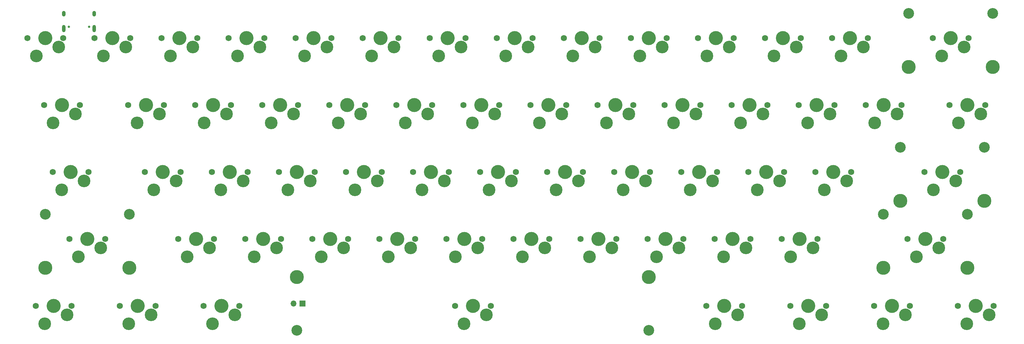
<source format=gbr>
%TF.GenerationSoftware,KiCad,Pcbnew,8.0.3*%
%TF.CreationDate,2024-12-09T14:43:44+08:00*%
%TF.ProjectId,PH60_Rev3,50483630-5f52-4657-9633-2e6b69636164,rev?*%
%TF.SameCoordinates,Original*%
%TF.FileFunction,Soldermask,Top*%
%TF.FilePolarity,Negative*%
%FSLAX46Y46*%
G04 Gerber Fmt 4.6, Leading zero omitted, Abs format (unit mm)*
G04 Created by KiCad (PCBNEW 8.0.3) date 2024-12-09 14:43:44*
%MOMM*%
%LPD*%
G01*
G04 APERTURE LIST*
%ADD10C,3.048000*%
%ADD11C,3.987800*%
%ADD12C,1.750000*%
%ADD13C,4.000000*%
%ADD14C,3.600000*%
%ADD15R,1.700000X1.700000*%
%ADD16O,1.700000X1.700000*%
%ADD17C,0.650000*%
%ADD18O,1.000000X1.600000*%
%ADD19O,1.000000X2.100000*%
G04 APERTURE END LIST*
D10*
%TO.C,ST1*%
X280955800Y-69215000D03*
D11*
X280955800Y-84425000D03*
D10*
X304831800Y-69215000D03*
D11*
X304831800Y-84425000D03*
%TD*%
D12*
%TO.C,S30*%
X76517500Y-76200000D03*
D13*
X71437500Y-76200000D03*
D12*
X66357500Y-76200000D03*
D14*
X75247500Y-78740000D03*
X68897500Y-81280000D03*
%TD*%
D12*
%TO.C,S27*%
X281305000Y-57150000D03*
D13*
X276225000Y-57150000D03*
D12*
X271145000Y-57150000D03*
D14*
X280035000Y-59690000D03*
X273685000Y-62230000D03*
%TD*%
D12*
%TO.C,S32*%
X114617500Y-76200000D03*
D13*
X109537500Y-76200000D03*
D12*
X104457500Y-76200000D03*
D14*
X113347500Y-78740000D03*
X106997500Y-81280000D03*
%TD*%
D12*
%TO.C,S38*%
X228917500Y-76200000D03*
D13*
X223837500Y-76200000D03*
D12*
X218757500Y-76200000D03*
D14*
X227647500Y-78740000D03*
X221297500Y-81280000D03*
%TD*%
D12*
%TO.C,S35*%
X171767500Y-76200000D03*
D13*
X166687500Y-76200000D03*
D12*
X161607500Y-76200000D03*
D14*
X170497500Y-78740000D03*
X164147500Y-81280000D03*
%TD*%
D12*
%TO.C,S4*%
X100330000Y-38100000D03*
D13*
X95250000Y-38100000D03*
D12*
X90170000Y-38100000D03*
D14*
X99060000Y-40640000D03*
X92710000Y-43180000D03*
%TD*%
D12*
%TO.C,S2*%
X62230000Y-38100000D03*
D13*
X57150000Y-38100000D03*
D12*
X52070000Y-38100000D03*
D14*
X60960000Y-40640000D03*
X54610000Y-43180000D03*
%TD*%
D12*
%TO.C,S22*%
X186055000Y-57150000D03*
D13*
X180975000Y-57150000D03*
D12*
X175895000Y-57150000D03*
D14*
X184785000Y-59690000D03*
X178435000Y-62230000D03*
%TD*%
D12*
%TO.C,S28*%
X305117500Y-57150000D03*
D13*
X300037500Y-57150000D03*
D12*
X294957500Y-57150000D03*
D14*
X303847500Y-59690000D03*
X297497500Y-62230000D03*
%TD*%
D12*
%TO.C,S46*%
X143192500Y-95250000D03*
D13*
X138112500Y-95250000D03*
D12*
X133032500Y-95250000D03*
D14*
X141922500Y-97790000D03*
X135572500Y-100330000D03*
%TD*%
D12*
%TO.C,S1*%
X43180000Y-38100000D03*
D13*
X38100000Y-38100000D03*
D12*
X33020000Y-38100000D03*
D14*
X41910000Y-40640000D03*
X35560000Y-43180000D03*
%TD*%
D12*
%TO.C,S54*%
X45561250Y-114300000D03*
D13*
X40481250Y-114300000D03*
D12*
X35401250Y-114300000D03*
D14*
X44291250Y-116840000D03*
X37941250Y-119380000D03*
%TD*%
D12*
%TO.C,S10*%
X214630000Y-38100000D03*
D13*
X209550000Y-38100000D03*
D12*
X204470000Y-38100000D03*
D14*
X213360000Y-40640000D03*
X207010000Y-43180000D03*
%TD*%
D10*
%TO.C,ST0*%
X283337000Y-31115000D03*
D11*
X283337000Y-46325000D03*
D10*
X307213000Y-31115000D03*
D11*
X307213000Y-46325000D03*
%TD*%
D12*
%TO.C,S34*%
X152717500Y-76200000D03*
D13*
X147637500Y-76200000D03*
D12*
X142557500Y-76200000D03*
D14*
X151447500Y-78740000D03*
X145097500Y-81280000D03*
%TD*%
D12*
%TO.C,S15*%
X47942500Y-57150000D03*
D13*
X42862500Y-57150000D03*
D12*
X37782500Y-57150000D03*
D14*
X46672500Y-59690000D03*
X40322500Y-62230000D03*
%TD*%
D12*
%TO.C,S56*%
X93186250Y-114300000D03*
D13*
X88106250Y-114300000D03*
D12*
X83026250Y-114300000D03*
D14*
X91916250Y-116840000D03*
X85566250Y-119380000D03*
%TD*%
D10*
%TO.C,ST4*%
X209543750Y-121285000D03*
D11*
X209543750Y-106075000D03*
D10*
X109543750Y-121285000D03*
D11*
X109543750Y-106075000D03*
%TD*%
D12*
%TO.C,S20*%
X147955000Y-57150000D03*
D13*
X142875000Y-57150000D03*
D12*
X137795000Y-57150000D03*
D14*
X146685000Y-59690000D03*
X140335000Y-62230000D03*
%TD*%
D12*
%TO.C,S17*%
X90805000Y-57150000D03*
D13*
X85725000Y-57150000D03*
D12*
X80645000Y-57150000D03*
D14*
X89535000Y-59690000D03*
X83185000Y-62230000D03*
%TD*%
D12*
%TO.C,S31*%
X95567500Y-76200000D03*
D13*
X90487500Y-76200000D03*
D12*
X85407500Y-76200000D03*
D14*
X94297500Y-78740000D03*
X87947500Y-81280000D03*
%TD*%
D10*
%TO.C,ST2*%
X276193300Y-88265000D03*
D11*
X276193300Y-103475000D03*
D10*
X300069300Y-88265000D03*
D11*
X300069300Y-103475000D03*
%TD*%
D12*
%TO.C,S48*%
X181292500Y-95250000D03*
D13*
X176212500Y-95250000D03*
D12*
X171132500Y-95250000D03*
D14*
X180022500Y-97790000D03*
X173672500Y-100330000D03*
%TD*%
D12*
%TO.C,S51*%
X238442500Y-95250000D03*
D13*
X233362500Y-95250000D03*
D12*
X228282500Y-95250000D03*
D14*
X237172500Y-97790000D03*
X230822500Y-100330000D03*
%TD*%
D12*
%TO.C,S23*%
X205105000Y-57150000D03*
D13*
X200025000Y-57150000D03*
D12*
X194945000Y-57150000D03*
D14*
X203835000Y-59690000D03*
X197485000Y-62230000D03*
%TD*%
D12*
%TO.C,S50*%
X219392500Y-95250000D03*
D13*
X214312500Y-95250000D03*
D12*
X209232500Y-95250000D03*
D14*
X218122500Y-97790000D03*
X211772500Y-100330000D03*
%TD*%
D12*
%TO.C,S18*%
X109855000Y-57150000D03*
D13*
X104775000Y-57150000D03*
D12*
X99695000Y-57150000D03*
D14*
X108585000Y-59690000D03*
X102235000Y-62230000D03*
%TD*%
D12*
%TO.C,S33*%
X133667500Y-76200000D03*
D13*
X128587500Y-76200000D03*
D12*
X123507500Y-76200000D03*
D14*
X132397500Y-78740000D03*
X126047500Y-81280000D03*
%TD*%
D12*
%TO.C,S16*%
X71755000Y-57150000D03*
D13*
X66675000Y-57150000D03*
D12*
X61595000Y-57150000D03*
D14*
X70485000Y-59690000D03*
X64135000Y-62230000D03*
%TD*%
D12*
%TO.C,S60*%
X283686250Y-114300000D03*
D13*
X278606250Y-114300000D03*
D12*
X273526250Y-114300000D03*
D14*
X282416250Y-116840000D03*
X276066250Y-119380000D03*
%TD*%
D12*
%TO.C,S43*%
X86042500Y-95250000D03*
D13*
X80962500Y-95250000D03*
D12*
X75882500Y-95250000D03*
D14*
X84772500Y-97790000D03*
X78422500Y-100330000D03*
%TD*%
D12*
%TO.C,S58*%
X236061250Y-114300000D03*
D13*
X230981250Y-114300000D03*
D12*
X225901250Y-114300000D03*
D14*
X234791250Y-116840000D03*
X228441250Y-119380000D03*
%TD*%
D12*
%TO.C,S24*%
X224155000Y-57150000D03*
D13*
X219075000Y-57150000D03*
D12*
X213995000Y-57150000D03*
D14*
X222885000Y-59690000D03*
X216535000Y-62230000D03*
%TD*%
D12*
%TO.C,S29*%
X50323750Y-76200000D03*
D13*
X45243750Y-76200000D03*
D12*
X40163750Y-76200000D03*
D14*
X49053750Y-78740000D03*
X42703750Y-81280000D03*
%TD*%
D12*
%TO.C,S37*%
X209867500Y-76200000D03*
D13*
X204787500Y-76200000D03*
D12*
X199707500Y-76200000D03*
D14*
X208597500Y-78740000D03*
X202247500Y-81280000D03*
%TD*%
D12*
%TO.C,S3*%
X81280000Y-38100000D03*
D13*
X76200000Y-38100000D03*
D12*
X71120000Y-38100000D03*
D14*
X80010000Y-40640000D03*
X73660000Y-43180000D03*
%TD*%
D12*
%TO.C,S61*%
X307498750Y-114300000D03*
D13*
X302418750Y-114300000D03*
D12*
X297338750Y-114300000D03*
D14*
X306228750Y-116840000D03*
X299878750Y-119380000D03*
%TD*%
D12*
%TO.C,S36*%
X190817500Y-76200000D03*
D13*
X185737500Y-76200000D03*
D12*
X180657500Y-76200000D03*
D14*
X189547500Y-78740000D03*
X183197500Y-81280000D03*
%TD*%
D12*
%TO.C,S6*%
X138430000Y-38100000D03*
D13*
X133350000Y-38100000D03*
D12*
X128270000Y-38100000D03*
D14*
X137160000Y-40640000D03*
X130810000Y-43180000D03*
%TD*%
D10*
%TO.C,ST3*%
X38068250Y-88265000D03*
D11*
X38068250Y-103475000D03*
D10*
X61944250Y-88265000D03*
D11*
X61944250Y-103475000D03*
%TD*%
D12*
%TO.C,S55*%
X69373750Y-114300000D03*
D13*
X64293750Y-114300000D03*
D12*
X59213750Y-114300000D03*
D14*
X68103750Y-116840000D03*
X61753750Y-119380000D03*
%TD*%
D12*
%TO.C,S25*%
X243205000Y-57150000D03*
D13*
X238125000Y-57150000D03*
D12*
X233045000Y-57150000D03*
D14*
X241935000Y-59690000D03*
X235585000Y-62230000D03*
%TD*%
D12*
%TO.C,S9*%
X195580000Y-38100000D03*
D13*
X190500000Y-38100000D03*
D12*
X185420000Y-38100000D03*
D14*
X194310000Y-40640000D03*
X187960000Y-43180000D03*
%TD*%
D12*
%TO.C,S26*%
X262255000Y-57150000D03*
D13*
X257175000Y-57150000D03*
D12*
X252095000Y-57150000D03*
D14*
X260985000Y-59690000D03*
X254635000Y-62230000D03*
%TD*%
D12*
%TO.C,S11*%
X233680000Y-38100000D03*
D13*
X228600000Y-38100000D03*
D12*
X223520000Y-38100000D03*
D14*
X232410000Y-40640000D03*
X226060000Y-43180000D03*
%TD*%
D12*
%TO.C,S59*%
X259873750Y-114300000D03*
D13*
X254793750Y-114300000D03*
D12*
X249713750Y-114300000D03*
D14*
X258603750Y-116840000D03*
X252253750Y-119380000D03*
%TD*%
D12*
%TO.C,S53*%
X293211250Y-95250000D03*
D13*
X288131250Y-95250000D03*
D12*
X283051250Y-95250000D03*
D14*
X291941250Y-97790000D03*
X285591250Y-100330000D03*
%TD*%
D12*
%TO.C,S12*%
X252730000Y-38100000D03*
D13*
X247650000Y-38100000D03*
D12*
X242570000Y-38100000D03*
D14*
X251460000Y-40640000D03*
X245110000Y-43180000D03*
%TD*%
D12*
%TO.C,S57*%
X164623750Y-114300000D03*
D13*
X159543750Y-114300000D03*
D12*
X154463750Y-114300000D03*
D14*
X163353750Y-116840000D03*
X157003750Y-119380000D03*
%TD*%
D12*
%TO.C,S8*%
X176530000Y-38100000D03*
D13*
X171450000Y-38100000D03*
D12*
X166370000Y-38100000D03*
D14*
X175260000Y-40640000D03*
X168910000Y-43180000D03*
%TD*%
D12*
%TO.C,S13*%
X271780000Y-38100000D03*
D13*
X266700000Y-38100000D03*
D12*
X261620000Y-38100000D03*
D14*
X270510000Y-40640000D03*
X264160000Y-43180000D03*
%TD*%
D12*
%TO.C,S14*%
X300355000Y-38100000D03*
D13*
X295275000Y-38100000D03*
D12*
X290195000Y-38100000D03*
D14*
X299085000Y-40640000D03*
X292735000Y-43180000D03*
%TD*%
D12*
%TO.C,S21*%
X167005000Y-57150000D03*
D13*
X161925000Y-57150000D03*
D12*
X156845000Y-57150000D03*
D14*
X165735000Y-59690000D03*
X159385000Y-62230000D03*
%TD*%
D12*
%TO.C,S19*%
X128905000Y-57150000D03*
D13*
X123825000Y-57150000D03*
D12*
X118745000Y-57150000D03*
D14*
X127635000Y-59690000D03*
X121285000Y-62230000D03*
%TD*%
D12*
%TO.C,S5*%
X119380000Y-38100000D03*
D13*
X114300000Y-38100000D03*
D12*
X109220000Y-38100000D03*
D14*
X118110000Y-40640000D03*
X111760000Y-43180000D03*
%TD*%
D12*
%TO.C,S45*%
X124142500Y-95250000D03*
D13*
X119062500Y-95250000D03*
D12*
X113982500Y-95250000D03*
D14*
X122872500Y-97790000D03*
X116522500Y-100330000D03*
%TD*%
D12*
%TO.C,S52*%
X257492500Y-95250000D03*
D13*
X252412500Y-95250000D03*
D12*
X247332500Y-95250000D03*
D14*
X256222500Y-97790000D03*
X249872500Y-100330000D03*
%TD*%
D12*
%TO.C,S7*%
X157480000Y-38100000D03*
D13*
X152400000Y-38100000D03*
D12*
X147320000Y-38100000D03*
D14*
X156210000Y-40640000D03*
X149860000Y-43180000D03*
%TD*%
D12*
%TO.C,S41*%
X297973750Y-76200000D03*
D13*
X292893750Y-76200000D03*
D12*
X287813750Y-76200000D03*
D14*
X296703750Y-78740000D03*
X290353750Y-81280000D03*
%TD*%
D12*
%TO.C,S49*%
X200342500Y-95250000D03*
D13*
X195262500Y-95250000D03*
D12*
X190182500Y-95250000D03*
D14*
X199072500Y-97790000D03*
X192722500Y-100330000D03*
%TD*%
D12*
%TO.C,S44*%
X105092500Y-95250000D03*
D13*
X100012500Y-95250000D03*
D12*
X94932500Y-95250000D03*
D14*
X103822500Y-97790000D03*
X97472500Y-100330000D03*
%TD*%
D12*
%TO.C,S39*%
X247967500Y-76200000D03*
D13*
X242887500Y-76200000D03*
D12*
X237807500Y-76200000D03*
D14*
X246697500Y-78740000D03*
X240347500Y-81280000D03*
%TD*%
D12*
%TO.C,S40*%
X267017500Y-76200000D03*
D13*
X261937500Y-76200000D03*
D12*
X256857500Y-76200000D03*
D14*
X265747500Y-78740000D03*
X259397500Y-81280000D03*
%TD*%
D12*
%TO.C,S47*%
X162242500Y-95250000D03*
D13*
X157162500Y-95250000D03*
D12*
X152082500Y-95250000D03*
D14*
X160972500Y-97790000D03*
X154622500Y-100330000D03*
%TD*%
D12*
%TO.C,S42*%
X55086250Y-95250000D03*
D13*
X50006250Y-95250000D03*
D12*
X44926250Y-95250000D03*
D14*
X53816250Y-97790000D03*
X47466250Y-100330000D03*
%TD*%
D15*
%TO.C,J2*%
X111160000Y-113625000D03*
D16*
X108620000Y-113625000D03*
%TD*%
D17*
%TO.C,J1*%
X44735000Y-34855000D03*
X50515000Y-34855000D03*
D18*
X43305000Y-31175000D03*
D19*
X43305000Y-35355000D03*
D18*
X51945000Y-31175000D03*
D19*
X51945000Y-35355000D03*
%TD*%
M02*

</source>
